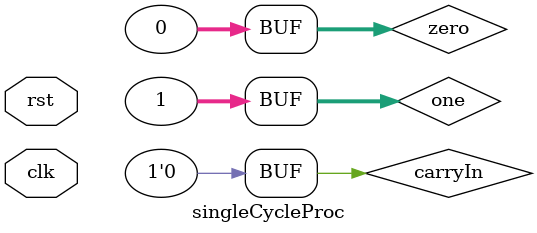
<source format=v>
module singleCycleProc (clk, rst);

	//Wires
	input wire clk, rst;
	wire pcMuxSelect;
	wire [31:00] pcMuxOut;
	wire eq;
	wire [6:00] cromWire;
	wire [31:00] iMemWireIn;
	wire [31:00] iMemWireOut; //PC Counter input, instruction wire output
	wire [31:00] signextWireIn;
	wire [31:00] signextWireOut;
	wire [31:00] regfileoutTop, regfileoutBot;
	wire [31:00] regfileData;
	wire [4:00] regfileWriteTo;
	wire [31:00] ALUinTop, ALUinBot, ALUout;
	wire [31:00] datamemAddr, datamemData, datamemOut;
	wire [63:00] cromIn;

	//PC + 1 Hardware
	//registers can be used as input wires
	reg [31:00] PC;
	wire [31:00] fadderWire1, fadderWire2;

	//beq Hardware
	wire beqANDOut;
	wire opcodeNOT0, opcodeNOT1, opcodeNOT2, opcodeNOT4, opcodeNOT5;

	wire carryIn;
	assign carryIn = 0;
	wire [31:00] sum;
	wire [31:00] plusone;

	always @ (posedge clk, posedge rst) begin
		if (rst == 1) begin
			PC <= 32'd0;
		end else begin
		//PC being wired to the PC+1 leftmost mux
			//rollback code
			//PC <= fadderWire1;
			//This makes the pcMuxOut wire the INPUT to our PC reg
			PC <= pcMuxOut;
		end
	end

	integer one = 32'd1;
	integer zero = 32'd0;

	ripcarryadder pcadder1(one, PC, 1'b0, fadderWire1, carryIn);
	//pass in PC as an input for the first parameter
	instructionmem iMem(PC, iMemWireOut, clk, rst);
	//for these 7 instructions we only have the top selected, with BEQ hardware
	not #1(opcodeNOT0, iMemWireOut[31]);
	not #1(opcodeNOT1, iMemWireOut[30]);
	not #1(opcodeNOT2, iMemWireOut[29]);
	not #1(opcodeNOT4, iMemWireOut[27]);
	not #1(opcodeNOT5, iMemWireOut[26]);
	and #4(beqANDOut, eq, opcodeNOT0, opcodeNOT1, opcodeNOT2, iMemWireOut[28], opcodeNOT4, opcodeNOT5);
	mux32 muxFarLeft(fadderWire1, fadderWire2, beqANDOut, pcMuxOut);
	ripcarryadder PCadd2(fadderWire1, signextWireIn, carryIn, fadderWire2, carryIn);


	//you can specify a range for the instructionmem[15:20]
	//mux21 depend(inA, inB, inS, outO);
	mux51 muxCenterLeft(iMemWireOut[20:16], iMemWireOut[15:11], cromWire[6], regfileWriteTo); //input from imem
	mux32 muxCenterMiddle(datamemOut, ALUout, cromWire[5], regfileData); //CROM and Datamem/ALU
	mux32 muxCenterRight(signextWireIn, regfileoutBot, cromWire[3], ALUinBot); //CROM and Register File
	signextend32 extender(iMemWireOut[15:0], signextWireIn);
	//module regfile32 (read1, read2, writeto, writedat, writeenable, out1, out2, clock, reset);
	regfile32 regFile(iMemWireOut[25:21], iMemWireOut[20:16], regfileWriteTo, regfileData, cromWire[4], regfileoutTop, regfileoutBot, clk, rst);
	//module ALU (inA, inB, inOP, cin, out, eq);
	ALU theALU(regfileoutTop, ALUinBot, cromWire[2], carryIn, ALUout, eq); //ALU is not outputting
	//module datamem(Ina, Inb, enable, readwrite, dataOut, clk, rst);
	datamem dataMemory(ALUout, regfileoutBot, cromWire[1], cromWire[0], datamemOut, clk, rst);
	decoder6x64 decoder(iMemWireOut[31], iMemWireOut[30], iMemWireOut[29], iMemWireOut[28], iMemWireOut[27], iMemWireOut[26], cromIn);
	controlrom CROM(cromIn, cromWire);

	//REMEMBER THESE DISPLAYS OCCUR AT THE POSITIVE EDGE OF THE CLOCK
	always @(posedge clk)
	begin
		//This needs to be changed to be more accurate, or may not be needed, bc of the clock
		//#452
		$display("\nSCP DataPath Report: ");
		//$display("Clock status: %b", clk);
		#21 //PC + InstrMem Duration + 1
		$display("BEQ Output: %b", beqANDOut);
		$display("PC %d", PC);
		$display("Instruction Memory Output: %b", iMemWireOut);
		$display("Opcode: %b\n", iMemWireOut[31:26]);
		#19 //decoder travel time + 1
		$display("CROM Input: %b", cromIn); //input from decoder
		#9 //CROM Sending bit timing + 1
		$display("\nCROM Output: %b", cromWire);
		$display("W1 Mux: %b", cromWire[6]);
		$display("D1 Mux: %b", cromWire[5]);
		$display("Register File Enable: %b", cromWire[4]);
		$display("ALUinBot Mux: %b", cromWire[3]);
		$display("ALU Function bit: %b", cromWire[2]);
		$display("DataMemory Enable: %b", cromWire[1]);
		$display("DataMemory R/W mode: %b", cromWire[0]);

		$display("\nRegister File Status: ");
		$display("R1: %b", iMemWireOut[25:21]);
		$display("R2: %b", iMemWireOut[20:16]);
		$display("Register File regfileWriteTo (W1): %b", regfileWriteTo);
		$display("Register File outTop: %b", regfileoutTop);
		$display("Register File outBot: %b\n", regfileoutBot);
		#1 //CenterRight Mux wire
		$display("ALUmuxIn: %b", regfileoutBot);
		#10 //CenterRightMux pass in to ALU
		$display("ALUmuxOut: %b", ALUinBot);

		#1 //sign extend duration + 1
		$display("Sign extender:");
		$display("Sign extend input: %b", iMemWireOut[15:0]);
		$display("Sign extend out: %b", signextWireIn);


		#445 //ALU + 1
		$display("\nALU Status: ");
		$display("Input from regFileTop: %b", regfileoutTop);
		$display("Input from regFileBot: %b", ALUinBot);
		$display("Output of ALU: %b", ALUout);
		$display("EQ output: %b", eq);
		//#20
		//$display("\nDataMemory AddrtoRead: %b", ALUout);
		//$display("DataMemory Datain: %b", regfileoutBot);
		//$display("DataMemory Dataout: %b", datamemOut);
		#25
		$display("Register File regfileData (D1): %b", regfileData);
		$display("\nRegfileDataMux out:(Bottom) %b", regfileData);
		#1
		$display("PC + 1 Status:");
		$display("PC Adder Outputs for \n1:%b and \n2:%b", fadderWire1, fadderWire2);
		$display("pcMuxOut and Select: %b and %b\n", pcMuxOut, beqANDOut);
		$display("Clock status: %b\n", clk);

		//Total Timing: 532
		/*if (iMemWireOut[31:26] == 6'b111111) begin
			$finish();
		end*/

	end


endmodule // singleCycleProc

</source>
